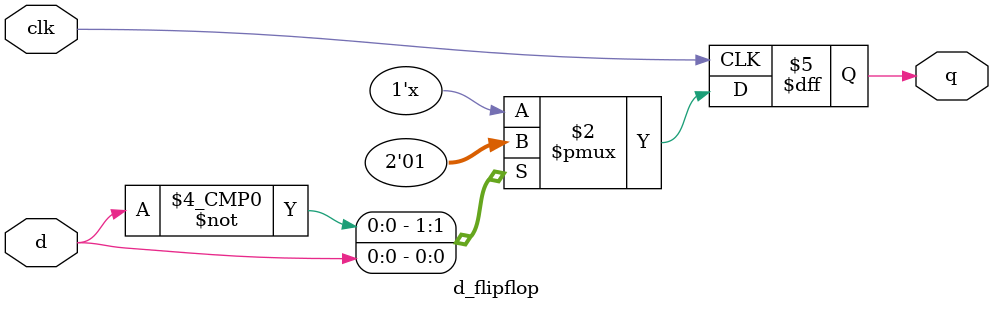
<source format=v>
module d_flipflop(d,clk,q);input d,clk;output reg q;always @(posedge clk)begin case(d)1'b0:q=0;1'b1:q=1;endcase end endmodule
</source>
